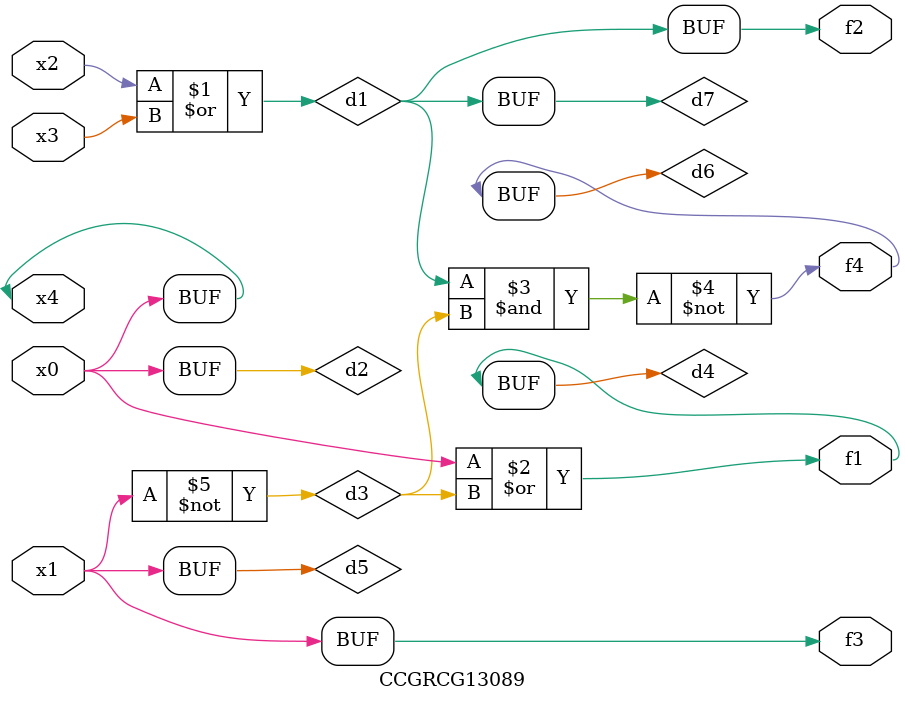
<source format=v>
module CCGRCG13089(
	input x0, x1, x2, x3, x4,
	output f1, f2, f3, f4
);

	wire d1, d2, d3, d4, d5, d6, d7;

	or (d1, x2, x3);
	buf (d2, x0, x4);
	not (d3, x1);
	or (d4, d2, d3);
	not (d5, d3);
	nand (d6, d1, d3);
	or (d7, d1);
	assign f1 = d4;
	assign f2 = d7;
	assign f3 = d5;
	assign f4 = d6;
endmodule

</source>
